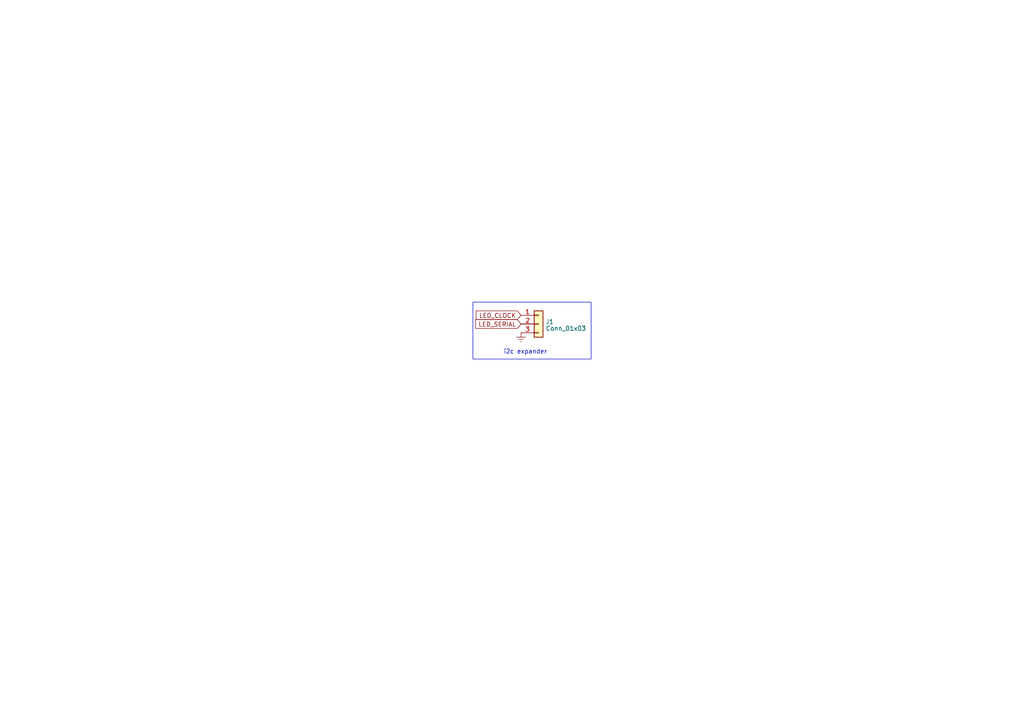
<source format=kicad_sch>
(kicad_sch (version 20230121) (generator eeschema)
  (paper "A4")
  (lib_symbols
    (symbol "Connector_Generic:Conn_01x03" (pin_names (offset 1.016) hide)
      (property "Reference" "J" (at 0 5.08 0))
      (property "Value" "Conn_01x03" (at 0 -5.08 0))
      (symbol "Conn_01x03_1_1"
        (rectangle (start -1.27 -2.413) (end 0 -2.667) (stroke (width 0.1524)))
        (rectangle (start -1.27 0.127) (end 0 -0.127) (stroke (width 0.1524)))
        (rectangle (start -1.27 2.667) (end 0 2.413) (stroke (width 0.1524)))
        (rectangle (start -1.27 3.81) (end 1.27 -3.81) (stroke (width 0.254)) (fill (type background)))
        (pin passive line (at -5.08 2.54 0) (length 3.81) (name "Pin_1") (number "1"))
        (pin passive line (at -5.08 0 0) (length 3.81) (name "Pin_2") (number "2"))
        (pin passive line (at -5.08 -2.54 0) (length 3.81) (name "Pin_3") (number "3"))
      )
    )
    (symbol "Earth_1" (power) (pin_names (offset 0))
      (symbol "Earth_1_0_1"
        (polyline (pts (xy -0.635 -1.905) (xy 0.635 -1.905)))
        (polyline (pts (xy -0.127 -2.54) (xy 0.127 -2.54)))
        (polyline (pts (xy 0 -1.27) (xy 0 0)))
        (polyline (pts (xy 1.27 -1.27) (xy -1.27 -1.27)))
      )
      (symbol "Earth_1_1_1"
        (pin power_in line (at 0 0 270) (length 0) hide (name "Earth") (number "1"))
      )
    )
  )
  (rectangle (start 137.16 87.63) (end 171.45 104.14))
  (text "i2c expander" (at 146.05 102.87 0) (effects (font (size 1.27 1.27)) (justify left bottom)))
  (global_label "LED_SERIAL" (shape input) (at 151.13 93.98 180) (property "Intersheetrefs" "${INTERSHEET_REFS}" (effects hide)))
  (global_label "LED_CLOCK" (shape input) (at 151.13 91.44 180) (property "Intersheetrefs" "${INTERSHEET_REFS}" (effects hide)))
  (symbol (lib_name "Earth_1") (lib_id "power:Earth") (at 151.13 96.52 0) (unit 1)
    (property "Reference" "#PWR01" (effects hide))
    (property "Value" "Earth" (effects hide))
  )
  (symbol (lib_id "Connector_Generic:Conn_01x03") (at 156.21 93.98 0) (unit 1)
    (property "Reference" "J1" (at 158.242 93.3363 0) (effects (justify left)))
    (property "Value" "Conn_01x03" (at 158.242 95.2573 0) (effects (justify left)))
    (property "Footprint" "Connector_JST:JST_XH_B3B-XH-AM_1x03_P2.50mm_Vertical" (effects hide))
  )
)
</source>
